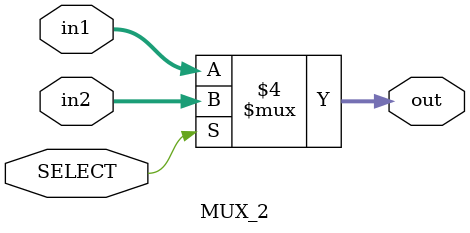
<source format=sv>
module MUX_2 (
	input SELECT,
	input [15:0] in1, in2,
	output logic [15:0] out
);

always_comb
	begin
		if(~SELECT)
			out = in1;
		else
			out = in2;
	end

endmodule

</source>
